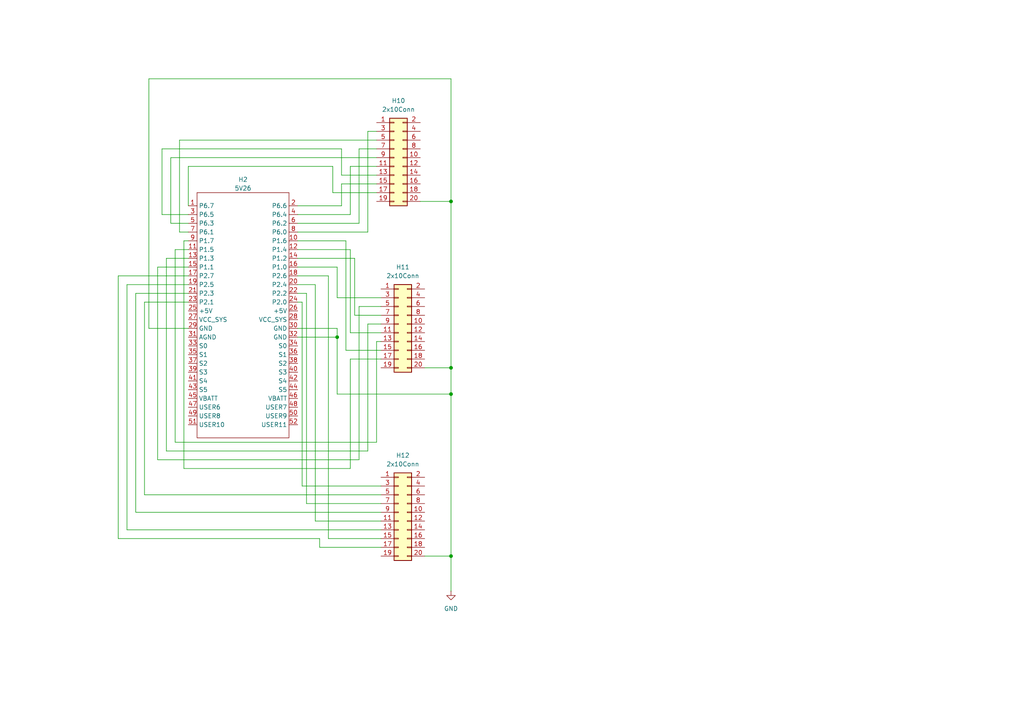
<source format=kicad_sch>
(kicad_sch
	(version 20231120)
	(generator "eeschema")
	(generator_version "8.0")
	(uuid "7ea5983f-912d-4add-aba9-667a2f36c1e5")
	(paper "A4")
	(lib_symbols
		(symbol "Connector_Generic:Conn_02x10_Odd_Even"
			(pin_names
				(offset 1.016) hide)
			(exclude_from_sim no)
			(in_bom yes)
			(on_board yes)
			(property "Reference" "J"
				(at 1.27 12.7 0)
				(effects
					(font
						(size 1.27 1.27)
					)
				)
			)
			(property "Value" "Conn_02x10_Odd_Even"
				(at 1.27 -15.24 0)
				(effects
					(font
						(size 1.27 1.27)
					)
				)
			)
			(property "Footprint" ""
				(at 0 0 0)
				(effects
					(font
						(size 1.27 1.27)
					)
					(hide yes)
				)
			)
			(property "Datasheet" "~"
				(at 0 0 0)
				(effects
					(font
						(size 1.27 1.27)
					)
					(hide yes)
				)
			)
			(property "Description" "Generic connector, double row, 02x10, odd/even pin numbering scheme (row 1 odd numbers, row 2 even numbers), script generated (kicad-library-utils/schlib/autogen/connector/)"
				(at 0 0 0)
				(effects
					(font
						(size 1.27 1.27)
					)
					(hide yes)
				)
			)
			(property "ki_keywords" "connector"
				(at 0 0 0)
				(effects
					(font
						(size 1.27 1.27)
					)
					(hide yes)
				)
			)
			(property "ki_fp_filters" "Connector*:*_2x??_*"
				(at 0 0 0)
				(effects
					(font
						(size 1.27 1.27)
					)
					(hide yes)
				)
			)
			(symbol "Conn_02x10_Odd_Even_1_1"
				(rectangle
					(start -1.27 -12.573)
					(end 0 -12.827)
					(stroke
						(width 0.1524)
						(type default)
					)
					(fill
						(type none)
					)
				)
				(rectangle
					(start -1.27 -10.033)
					(end 0 -10.287)
					(stroke
						(width 0.1524)
						(type default)
					)
					(fill
						(type none)
					)
				)
				(rectangle
					(start -1.27 -7.493)
					(end 0 -7.747)
					(stroke
						(width 0.1524)
						(type default)
					)
					(fill
						(type none)
					)
				)
				(rectangle
					(start -1.27 -4.953)
					(end 0 -5.207)
					(stroke
						(width 0.1524)
						(type default)
					)
					(fill
						(type none)
					)
				)
				(rectangle
					(start -1.27 -2.413)
					(end 0 -2.667)
					(stroke
						(width 0.1524)
						(type default)
					)
					(fill
						(type none)
					)
				)
				(rectangle
					(start -1.27 0.127)
					(end 0 -0.127)
					(stroke
						(width 0.1524)
						(type default)
					)
					(fill
						(type none)
					)
				)
				(rectangle
					(start -1.27 2.667)
					(end 0 2.413)
					(stroke
						(width 0.1524)
						(type default)
					)
					(fill
						(type none)
					)
				)
				(rectangle
					(start -1.27 5.207)
					(end 0 4.953)
					(stroke
						(width 0.1524)
						(type default)
					)
					(fill
						(type none)
					)
				)
				(rectangle
					(start -1.27 7.747)
					(end 0 7.493)
					(stroke
						(width 0.1524)
						(type default)
					)
					(fill
						(type none)
					)
				)
				(rectangle
					(start -1.27 10.287)
					(end 0 10.033)
					(stroke
						(width 0.1524)
						(type default)
					)
					(fill
						(type none)
					)
				)
				(rectangle
					(start -1.27 11.43)
					(end 3.81 -13.97)
					(stroke
						(width 0.254)
						(type default)
					)
					(fill
						(type background)
					)
				)
				(rectangle
					(start 3.81 -12.573)
					(end 2.54 -12.827)
					(stroke
						(width 0.1524)
						(type default)
					)
					(fill
						(type none)
					)
				)
				(rectangle
					(start 3.81 -10.033)
					(end 2.54 -10.287)
					(stroke
						(width 0.1524)
						(type default)
					)
					(fill
						(type none)
					)
				)
				(rectangle
					(start 3.81 -7.493)
					(end 2.54 -7.747)
					(stroke
						(width 0.1524)
						(type default)
					)
					(fill
						(type none)
					)
				)
				(rectangle
					(start 3.81 -4.953)
					(end 2.54 -5.207)
					(stroke
						(width 0.1524)
						(type default)
					)
					(fill
						(type none)
					)
				)
				(rectangle
					(start 3.81 -2.413)
					(end 2.54 -2.667)
					(stroke
						(width 0.1524)
						(type default)
					)
					(fill
						(type none)
					)
				)
				(rectangle
					(start 3.81 0.127)
					(end 2.54 -0.127)
					(stroke
						(width 0.1524)
						(type default)
					)
					(fill
						(type none)
					)
				)
				(rectangle
					(start 3.81 2.667)
					(end 2.54 2.413)
					(stroke
						(width 0.1524)
						(type default)
					)
					(fill
						(type none)
					)
				)
				(rectangle
					(start 3.81 5.207)
					(end 2.54 4.953)
					(stroke
						(width 0.1524)
						(type default)
					)
					(fill
						(type none)
					)
				)
				(rectangle
					(start 3.81 7.747)
					(end 2.54 7.493)
					(stroke
						(width 0.1524)
						(type default)
					)
					(fill
						(type none)
					)
				)
				(rectangle
					(start 3.81 10.287)
					(end 2.54 10.033)
					(stroke
						(width 0.1524)
						(type default)
					)
					(fill
						(type none)
					)
				)
				(pin passive line
					(at -5.08 10.16 0)
					(length 3.81)
					(name "Pin_1"
						(effects
							(font
								(size 1.27 1.27)
							)
						)
					)
					(number "1"
						(effects
							(font
								(size 1.27 1.27)
							)
						)
					)
				)
				(pin passive line
					(at 7.62 0 180)
					(length 3.81)
					(name "Pin_10"
						(effects
							(font
								(size 1.27 1.27)
							)
						)
					)
					(number "10"
						(effects
							(font
								(size 1.27 1.27)
							)
						)
					)
				)
				(pin passive line
					(at -5.08 -2.54 0)
					(length 3.81)
					(name "Pin_11"
						(effects
							(font
								(size 1.27 1.27)
							)
						)
					)
					(number "11"
						(effects
							(font
								(size 1.27 1.27)
							)
						)
					)
				)
				(pin passive line
					(at 7.62 -2.54 180)
					(length 3.81)
					(name "Pin_12"
						(effects
							(font
								(size 1.27 1.27)
							)
						)
					)
					(number "12"
						(effects
							(font
								(size 1.27 1.27)
							)
						)
					)
				)
				(pin passive line
					(at -5.08 -5.08 0)
					(length 3.81)
					(name "Pin_13"
						(effects
							(font
								(size 1.27 1.27)
							)
						)
					)
					(number "13"
						(effects
							(font
								(size 1.27 1.27)
							)
						)
					)
				)
				(pin passive line
					(at 7.62 -5.08 180)
					(length 3.81)
					(name "Pin_14"
						(effects
							(font
								(size 1.27 1.27)
							)
						)
					)
					(number "14"
						(effects
							(font
								(size 1.27 1.27)
							)
						)
					)
				)
				(pin passive line
					(at -5.08 -7.62 0)
					(length 3.81)
					(name "Pin_15"
						(effects
							(font
								(size 1.27 1.27)
							)
						)
					)
					(number "15"
						(effects
							(font
								(size 1.27 1.27)
							)
						)
					)
				)
				(pin passive line
					(at 7.62 -7.62 180)
					(length 3.81)
					(name "Pin_16"
						(effects
							(font
								(size 1.27 1.27)
							)
						)
					)
					(number "16"
						(effects
							(font
								(size 1.27 1.27)
							)
						)
					)
				)
				(pin passive line
					(at -5.08 -10.16 0)
					(length 3.81)
					(name "Pin_17"
						(effects
							(font
								(size 1.27 1.27)
							)
						)
					)
					(number "17"
						(effects
							(font
								(size 1.27 1.27)
							)
						)
					)
				)
				(pin passive line
					(at 7.62 -10.16 180)
					(length 3.81)
					(name "Pin_18"
						(effects
							(font
								(size 1.27 1.27)
							)
						)
					)
					(number "18"
						(effects
							(font
								(size 1.27 1.27)
							)
						)
					)
				)
				(pin passive line
					(at -5.08 -12.7 0)
					(length 3.81)
					(name "Pin_19"
						(effects
							(font
								(size 1.27 1.27)
							)
						)
					)
					(number "19"
						(effects
							(font
								(size 1.27 1.27)
							)
						)
					)
				)
				(pin passive line
					(at 7.62 10.16 180)
					(length 3.81)
					(name "Pin_2"
						(effects
							(font
								(size 1.27 1.27)
							)
						)
					)
					(number "2"
						(effects
							(font
								(size 1.27 1.27)
							)
						)
					)
				)
				(pin passive line
					(at 7.62 -12.7 180)
					(length 3.81)
					(name "Pin_20"
						(effects
							(font
								(size 1.27 1.27)
							)
						)
					)
					(number "20"
						(effects
							(font
								(size 1.27 1.27)
							)
						)
					)
				)
				(pin passive line
					(at -5.08 7.62 0)
					(length 3.81)
					(name "Pin_3"
						(effects
							(font
								(size 1.27 1.27)
							)
						)
					)
					(number "3"
						(effects
							(font
								(size 1.27 1.27)
							)
						)
					)
				)
				(pin passive line
					(at 7.62 7.62 180)
					(length 3.81)
					(name "Pin_4"
						(effects
							(font
								(size 1.27 1.27)
							)
						)
					)
					(number "4"
						(effects
							(font
								(size 1.27 1.27)
							)
						)
					)
				)
				(pin passive line
					(at -5.08 5.08 0)
					(length 3.81)
					(name "Pin_5"
						(effects
							(font
								(size 1.27 1.27)
							)
						)
					)
					(number "5"
						(effects
							(font
								(size 1.27 1.27)
							)
						)
					)
				)
				(pin passive line
					(at 7.62 5.08 180)
					(length 3.81)
					(name "Pin_6"
						(effects
							(font
								(size 1.27 1.27)
							)
						)
					)
					(number "6"
						(effects
							(font
								(size 1.27 1.27)
							)
						)
					)
				)
				(pin passive line
					(at -5.08 2.54 0)
					(length 3.81)
					(name "Pin_7"
						(effects
							(font
								(size 1.27 1.27)
							)
						)
					)
					(number "7"
						(effects
							(font
								(size 1.27 1.27)
							)
						)
					)
				)
				(pin passive line
					(at 7.62 2.54 180)
					(length 3.81)
					(name "Pin_8"
						(effects
							(font
								(size 1.27 1.27)
							)
						)
					)
					(number "8"
						(effects
							(font
								(size 1.27 1.27)
							)
						)
					)
				)
				(pin passive line
					(at -5.08 0 0)
					(length 3.81)
					(name "Pin_9"
						(effects
							(font
								(size 1.27 1.27)
							)
						)
					)
					(number "9"
						(effects
							(font
								(size 1.27 1.27)
							)
						)
					)
				)
			)
		)
		(symbol "NewSymbols:H2H-2X26-F"
			(exclude_from_sim no)
			(in_bom yes)
			(on_board yes)
			(property "Reference" "5V26"
				(at -10.16 17.018 0)
				(effects
					(font
						(size 1.27 1.27)
					)
				)
			)
			(property "Value" ""
				(at 0 0 0)
				(effects
					(font
						(size 1.27 1.27)
					)
				)
			)
			(property "Footprint" ""
				(at 0 0 0)
				(effects
					(font
						(size 1.27 1.27)
					)
					(hide yes)
				)
			)
			(property "Datasheet" ""
				(at 0 0 0)
				(effects
					(font
						(size 1.27 1.27)
					)
					(hide yes)
				)
			)
			(property "Description" ""
				(at 0 0 0)
				(effects
					(font
						(size 1.27 1.27)
					)
					(hide yes)
				)
			)
			(symbol "H2H-2X26-F_0_1"
				(polyline
					(pts
						(xy 13.97 15.24) (xy -12.7 15.24)
					)
					(stroke
						(width 0)
						(type default)
					)
					(fill
						(type none)
					)
				)
				(polyline
					(pts
						(xy -12.7 15.24) (xy -12.7 -55.88) (xy 13.97 -55.88) (xy 13.97 15.24)
					)
					(stroke
						(width 0)
						(type default)
					)
					(fill
						(type none)
					)
				)
			)
			(symbol "H2H-2X26-F_1_1"
				(pin input line
					(at -15.24 11.43 0)
					(length 2.54)
					(name "P6.7"
						(effects
							(font
								(size 1.27 1.27)
							)
						)
					)
					(number "1"
						(effects
							(font
								(size 1.27 1.27)
							)
						)
					)
				)
				(pin input line
					(at 16.51 1.27 180)
					(length 2.54)
					(name "P1.6"
						(effects
							(font
								(size 1.27 1.27)
							)
						)
					)
					(number "10"
						(effects
							(font
								(size 1.27 1.27)
							)
						)
					)
				)
				(pin input line
					(at -15.24 -1.27 0)
					(length 2.54)
					(name "P1.5"
						(effects
							(font
								(size 1.27 1.27)
							)
						)
					)
					(number "11"
						(effects
							(font
								(size 1.27 1.27)
							)
						)
					)
				)
				(pin input line
					(at 16.51 -1.27 180)
					(length 2.54)
					(name "P1.4"
						(effects
							(font
								(size 1.27 1.27)
							)
						)
					)
					(number "12"
						(effects
							(font
								(size 1.27 1.27)
							)
						)
					)
				)
				(pin input line
					(at -15.24 -3.81 0)
					(length 2.54)
					(name "P1.3"
						(effects
							(font
								(size 1.27 1.27)
							)
						)
					)
					(number "13"
						(effects
							(font
								(size 1.27 1.27)
							)
						)
					)
				)
				(pin input line
					(at 16.51 -3.81 180)
					(length 2.54)
					(name "P1.2"
						(effects
							(font
								(size 1.27 1.27)
							)
						)
					)
					(number "14"
						(effects
							(font
								(size 1.27 1.27)
							)
						)
					)
				)
				(pin input line
					(at -15.24 -6.35 0)
					(length 2.54)
					(name "P1.1"
						(effects
							(font
								(size 1.27 1.27)
							)
						)
					)
					(number "15"
						(effects
							(font
								(size 1.27 1.27)
							)
						)
					)
				)
				(pin input line
					(at 16.51 -6.35 180)
					(length 2.54)
					(name "P1.0"
						(effects
							(font
								(size 1.27 1.27)
							)
						)
					)
					(number "16"
						(effects
							(font
								(size 1.27 1.27)
							)
						)
					)
				)
				(pin input line
					(at -15.24 -8.89 0)
					(length 2.54)
					(name "P2.7"
						(effects
							(font
								(size 1.27 1.27)
							)
						)
					)
					(number "17"
						(effects
							(font
								(size 1.27 1.27)
							)
						)
					)
				)
				(pin input line
					(at 16.51 -8.89 180)
					(length 2.54)
					(name "P2.6"
						(effects
							(font
								(size 1.27 1.27)
							)
						)
					)
					(number "18"
						(effects
							(font
								(size 1.27 1.27)
							)
						)
					)
				)
				(pin input line
					(at -15.24 -11.43 0)
					(length 2.54)
					(name "P2.5"
						(effects
							(font
								(size 1.27 1.27)
							)
						)
					)
					(number "19"
						(effects
							(font
								(size 1.27 1.27)
							)
						)
					)
				)
				(pin input line
					(at 16.51 11.43 180)
					(length 2.54)
					(name "P6.6"
						(effects
							(font
								(size 1.27 1.27)
							)
						)
					)
					(number "2"
						(effects
							(font
								(size 1.27 1.27)
							)
						)
					)
				)
				(pin input line
					(at 16.51 -11.43 180)
					(length 2.54)
					(name "P2.4"
						(effects
							(font
								(size 1.27 1.27)
							)
						)
					)
					(number "20"
						(effects
							(font
								(size 1.27 1.27)
							)
						)
					)
				)
				(pin input line
					(at -15.24 -13.97 0)
					(length 2.54)
					(name "P2.3"
						(effects
							(font
								(size 1.27 1.27)
							)
						)
					)
					(number "21"
						(effects
							(font
								(size 1.27 1.27)
							)
						)
					)
				)
				(pin input line
					(at 16.51 -13.97 180)
					(length 2.54)
					(name "P2.2"
						(effects
							(font
								(size 1.27 1.27)
							)
						)
					)
					(number "22"
						(effects
							(font
								(size 1.27 1.27)
							)
						)
					)
				)
				(pin input line
					(at -15.24 -16.51 0)
					(length 2.54)
					(name "P2.1"
						(effects
							(font
								(size 1.27 1.27)
							)
						)
					)
					(number "23"
						(effects
							(font
								(size 1.27 1.27)
							)
						)
					)
				)
				(pin input line
					(at 16.51 -16.51 180)
					(length 2.54)
					(name "P2.0"
						(effects
							(font
								(size 1.27 1.27)
							)
						)
					)
					(number "24"
						(effects
							(font
								(size 1.27 1.27)
							)
						)
					)
				)
				(pin passive line
					(at -15.24 -19.05 0)
					(length 2.54)
					(name "+5V"
						(effects
							(font
								(size 1.27 1.27)
							)
						)
					)
					(number "25"
						(effects
							(font
								(size 1.27 1.27)
							)
						)
					)
				)
				(pin passive line
					(at 16.51 -19.05 180)
					(length 2.54)
					(name "+5V"
						(effects
							(font
								(size 1.27 1.27)
							)
						)
					)
					(number "26"
						(effects
							(font
								(size 1.27 1.27)
							)
						)
					)
				)
				(pin passive line
					(at -15.24 -21.59 0)
					(length 2.54)
					(name "VCC_SYS"
						(effects
							(font
								(size 1.27 1.27)
							)
						)
					)
					(number "27"
						(effects
							(font
								(size 1.27 1.27)
							)
						)
					)
				)
				(pin passive line
					(at 16.51 -21.59 180)
					(length 2.54)
					(name "VCC_SYS"
						(effects
							(font
								(size 1.27 1.27)
							)
						)
					)
					(number "28"
						(effects
							(font
								(size 1.27 1.27)
							)
						)
					)
				)
				(pin input line
					(at -15.24 -24.13 0)
					(length 2.54)
					(name "GND"
						(effects
							(font
								(size 1.27 1.27)
							)
						)
					)
					(number "29"
						(effects
							(font
								(size 1.27 1.27)
							)
						)
					)
				)
				(pin input line
					(at -15.24 8.89 0)
					(length 2.54)
					(name "P6.5"
						(effects
							(font
								(size 1.27 1.27)
							)
						)
					)
					(number "3"
						(effects
							(font
								(size 1.27 1.27)
							)
						)
					)
				)
				(pin input line
					(at 16.51 -24.13 180)
					(length 2.54)
					(name "GND"
						(effects
							(font
								(size 1.27 1.27)
							)
						)
					)
					(number "30"
						(effects
							(font
								(size 1.27 1.27)
							)
						)
					)
				)
				(pin passive line
					(at -15.24 -26.67 0)
					(length 2.54)
					(name "AGND"
						(effects
							(font
								(size 1.27 1.27)
							)
						)
					)
					(number "31"
						(effects
							(font
								(size 1.27 1.27)
							)
						)
					)
				)
				(pin input line
					(at 16.51 -26.67 180)
					(length 2.54)
					(name "GND"
						(effects
							(font
								(size 1.27 1.27)
							)
						)
					)
					(number "32"
						(effects
							(font
								(size 1.27 1.27)
							)
						)
					)
				)
				(pin passive line
					(at -15.24 -29.21 0)
					(length 2.54)
					(name "S0"
						(effects
							(font
								(size 1.27 1.27)
							)
						)
					)
					(number "33"
						(effects
							(font
								(size 1.27 1.27)
							)
						)
					)
				)
				(pin passive line
					(at 16.51 -29.21 180)
					(length 2.54)
					(name "S0"
						(effects
							(font
								(size 1.27 1.27)
							)
						)
					)
					(number "34"
						(effects
							(font
								(size 1.27 1.27)
							)
						)
					)
				)
				(pin passive line
					(at -15.24 -31.75 0)
					(length 2.54)
					(name "S1"
						(effects
							(font
								(size 1.27 1.27)
							)
						)
					)
					(number "35"
						(effects
							(font
								(size 1.27 1.27)
							)
						)
					)
				)
				(pin passive line
					(at 16.51 -31.75 180)
					(length 2.54)
					(name "S1"
						(effects
							(font
								(size 1.27 1.27)
							)
						)
					)
					(number "36"
						(effects
							(font
								(size 1.27 1.27)
							)
						)
					)
				)
				(pin passive line
					(at -15.24 -34.29 0)
					(length 2.54)
					(name "S2"
						(effects
							(font
								(size 1.27 1.27)
							)
						)
					)
					(number "37"
						(effects
							(font
								(size 1.27 1.27)
							)
						)
					)
				)
				(pin passive line
					(at 16.51 -34.29 180)
					(length 2.54)
					(name "S2"
						(effects
							(font
								(size 1.27 1.27)
							)
						)
					)
					(number "38"
						(effects
							(font
								(size 1.27 1.27)
							)
						)
					)
				)
				(pin passive line
					(at -15.24 -36.83 0)
					(length 2.54)
					(name "S3"
						(effects
							(font
								(size 1.27 1.27)
							)
						)
					)
					(number "39"
						(effects
							(font
								(size 1.27 1.27)
							)
						)
					)
				)
				(pin input line
					(at 16.51 8.89 180)
					(length 2.54)
					(name "P6.4"
						(effects
							(font
								(size 1.27 1.27)
							)
						)
					)
					(number "4"
						(effects
							(font
								(size 1.27 1.27)
							)
						)
					)
				)
				(pin passive line
					(at 16.51 -36.83 180)
					(length 2.54)
					(name "S3"
						(effects
							(font
								(size 1.27 1.27)
							)
						)
					)
					(number "40"
						(effects
							(font
								(size 1.27 1.27)
							)
						)
					)
				)
				(pin passive line
					(at -15.24 -39.37 0)
					(length 2.54)
					(name "S4"
						(effects
							(font
								(size 1.27 1.27)
							)
						)
					)
					(number "41"
						(effects
							(font
								(size 1.27 1.27)
							)
						)
					)
				)
				(pin passive line
					(at 16.51 -39.37 180)
					(length 2.54)
					(name "S4"
						(effects
							(font
								(size 1.27 1.27)
							)
						)
					)
					(number "42"
						(effects
							(font
								(size 1.27 1.27)
							)
						)
					)
				)
				(pin passive line
					(at -15.24 -41.91 0)
					(length 2.54)
					(name "S5"
						(effects
							(font
								(size 1.27 1.27)
							)
						)
					)
					(number "43"
						(effects
							(font
								(size 1.27 1.27)
							)
						)
					)
				)
				(pin passive line
					(at 16.51 -41.91 180)
					(length 2.54)
					(name "S5"
						(effects
							(font
								(size 1.27 1.27)
							)
						)
					)
					(number "44"
						(effects
							(font
								(size 1.27 1.27)
							)
						)
					)
				)
				(pin passive line
					(at -15.24 -44.45 0)
					(length 2.54)
					(name "VBATT"
						(effects
							(font
								(size 1.27 1.27)
							)
						)
					)
					(number "45"
						(effects
							(font
								(size 1.27 1.27)
							)
						)
					)
				)
				(pin passive line
					(at 16.51 -44.45 180)
					(length 2.54)
					(name "VBATT"
						(effects
							(font
								(size 1.27 1.27)
							)
						)
					)
					(number "46"
						(effects
							(font
								(size 1.27 1.27)
							)
						)
					)
				)
				(pin input line
					(at -15.24 -46.99 0)
					(length 2.54)
					(name "USER6"
						(effects
							(font
								(size 1.27 1.27)
							)
						)
					)
					(number "47"
						(effects
							(font
								(size 1.27 1.27)
							)
						)
					)
				)
				(pin input line
					(at 16.51 -46.99 180)
					(length 2.54)
					(name "USER7"
						(effects
							(font
								(size 1.27 1.27)
							)
						)
					)
					(number "48"
						(effects
							(font
								(size 1.27 1.27)
							)
						)
					)
				)
				(pin input line
					(at -15.24 -49.53 0)
					(length 2.54)
					(name "USER8"
						(effects
							(font
								(size 1.27 1.27)
							)
						)
					)
					(number "49"
						(effects
							(font
								(size 1.27 1.27)
							)
						)
					)
				)
				(pin input line
					(at -15.24 6.35 0)
					(length 2.54)
					(name "P6.3"
						(effects
							(font
								(size 1.27 1.27)
							)
						)
					)
					(number "5"
						(effects
							(font
								(size 1.27 1.27)
							)
						)
					)
				)
				(pin input line
					(at 16.51 -49.53 180)
					(length 2.54)
					(name "USER9"
						(effects
							(font
								(size 1.27 1.27)
							)
						)
					)
					(number "50"
						(effects
							(font
								(size 1.27 1.27)
							)
						)
					)
				)
				(pin input line
					(at -15.24 -52.07 0)
					(length 2.54)
					(name "USER10"
						(effects
							(font
								(size 1.27 1.27)
							)
						)
					)
					(number "51"
						(effects
							(font
								(size 1.27 1.27)
							)
						)
					)
				)
				(pin input line
					(at 16.51 -52.07 180)
					(length 2.54)
					(name "USER11"
						(effects
							(font
								(size 1.27 1.27)
							)
						)
					)
					(number "52"
						(effects
							(font
								(size 1.27 1.27)
							)
						)
					)
				)
				(pin input line
					(at 16.51 6.35 180)
					(length 2.54)
					(name "P6.2"
						(effects
							(font
								(size 1.27 1.27)
							)
						)
					)
					(number "6"
						(effects
							(font
								(size 1.27 1.27)
							)
						)
					)
				)
				(pin input line
					(at -15.24 3.81 0)
					(length 2.54)
					(name "P6.1"
						(effects
							(font
								(size 1.27 1.27)
							)
						)
					)
					(number "7"
						(effects
							(font
								(size 1.27 1.27)
							)
						)
					)
				)
				(pin input line
					(at 16.51 3.81 180)
					(length 2.54)
					(name "P6.0"
						(effects
							(font
								(size 1.27 1.27)
							)
						)
					)
					(number "8"
						(effects
							(font
								(size 1.27 1.27)
							)
						)
					)
				)
				(pin input line
					(at -15.24 1.27 0)
					(length 2.54)
					(name "P1.7"
						(effects
							(font
								(size 1.27 1.27)
							)
						)
					)
					(number "9"
						(effects
							(font
								(size 1.27 1.27)
							)
						)
					)
				)
			)
		)
		(symbol "power:GND"
			(power)
			(pin_numbers hide)
			(pin_names
				(offset 0) hide)
			(exclude_from_sim no)
			(in_bom yes)
			(on_board yes)
			(property "Reference" "#PWR"
				(at 0 -6.35 0)
				(effects
					(font
						(size 1.27 1.27)
					)
					(hide yes)
				)
			)
			(property "Value" "GND"
				(at 0 -3.81 0)
				(effects
					(font
						(size 1.27 1.27)
					)
				)
			)
			(property "Footprint" ""
				(at 0 0 0)
				(effects
					(font
						(size 1.27 1.27)
					)
					(hide yes)
				)
			)
			(property "Datasheet" ""
				(at 0 0 0)
				(effects
					(font
						(size 1.27 1.27)
					)
					(hide yes)
				)
			)
			(property "Description" "Power symbol creates a global label with name \"GND\" , ground"
				(at 0 0 0)
				(effects
					(font
						(size 1.27 1.27)
					)
					(hide yes)
				)
			)
			(property "ki_keywords" "global power"
				(at 0 0 0)
				(effects
					(font
						(size 1.27 1.27)
					)
					(hide yes)
				)
			)
			(symbol "GND_0_1"
				(polyline
					(pts
						(xy 0 0) (xy 0 -1.27) (xy 1.27 -1.27) (xy 0 -2.54) (xy -1.27 -1.27) (xy 0 -1.27)
					)
					(stroke
						(width 0)
						(type default)
					)
					(fill
						(type none)
					)
				)
			)
			(symbol "GND_1_1"
				(pin power_in line
					(at 0 0 270)
					(length 0)
					(name "~"
						(effects
							(font
								(size 1.27 1.27)
							)
						)
					)
					(number "1"
						(effects
							(font
								(size 1.27 1.27)
							)
						)
					)
				)
			)
		)
	)
	(junction
		(at 130.81 106.68)
		(diameter 0)
		(color 0 0 0 0)
		(uuid "3f8c8eda-2836-4398-b7f6-bddfcb8646af")
	)
	(junction
		(at 130.81 161.29)
		(diameter 0)
		(color 0 0 0 0)
		(uuid "9b31508d-97ca-4f2b-ac12-8feb161b55bc")
	)
	(junction
		(at 130.81 114.3)
		(diameter 0)
		(color 0 0 0 0)
		(uuid "9e9c1e61-e323-48fc-9b08-c818615e3e3b")
	)
	(junction
		(at 97.79 97.79)
		(diameter 0)
		(color 0 0 0 0)
		(uuid "a146f043-f280-47db-88eb-313d790d56be")
	)
	(junction
		(at 130.81 58.42)
		(diameter 0)
		(color 0 0 0 0)
		(uuid "d3ef0304-5f05-4000-b13a-48e1cd2d0f5c")
	)
	(wire
		(pts
			(xy 41.91 87.63) (xy 41.91 143.51)
		)
		(stroke
			(width 0)
			(type default)
		)
		(uuid "0089f855-7d3e-4135-89ef-b2818a543c77")
	)
	(wire
		(pts
			(xy 53.34 69.85) (xy 53.34 135.89)
		)
		(stroke
			(width 0)
			(type default)
		)
		(uuid "0333175f-3153-4b44-8129-a5b5a748fc3f")
	)
	(wire
		(pts
			(xy 50.8 72.39) (xy 50.8 128.27)
		)
		(stroke
			(width 0)
			(type default)
		)
		(uuid "0477e3f8-cecd-4a20-841b-e18ba7f7389a")
	)
	(wire
		(pts
			(xy 110.49 140.97) (xy 87.63 140.97)
		)
		(stroke
			(width 0)
			(type default)
		)
		(uuid "05eca25c-dcd6-405f-8ecd-cc91751e9b67")
	)
	(wire
		(pts
			(xy 48.26 74.93) (xy 48.26 130.81)
		)
		(stroke
			(width 0)
			(type default)
		)
		(uuid "10e3b024-16c4-4e86-bb9b-55052fabe3b4")
	)
	(wire
		(pts
			(xy 96.52 48.26) (xy 96.52 55.88)
		)
		(stroke
			(width 0)
			(type default)
		)
		(uuid "14de1ffe-80d4-4658-b4f3-29a491ddc5d1")
	)
	(wire
		(pts
			(xy 86.36 95.25) (xy 97.79 95.25)
		)
		(stroke
			(width 0)
			(type default)
		)
		(uuid "15b58ee3-27b1-4bfb-b856-cd30f460ffa2")
	)
	(wire
		(pts
			(xy 54.61 80.01) (xy 34.29 80.01)
		)
		(stroke
			(width 0)
			(type default)
		)
		(uuid "16dc2d99-ce1f-4b83-8dae-511894df426f")
	)
	(wire
		(pts
			(xy 86.36 69.85) (xy 100.33 69.85)
		)
		(stroke
			(width 0)
			(type default)
		)
		(uuid "183503b3-5262-4eaf-aa82-b77f6a6a4a43")
	)
	(wire
		(pts
			(xy 100.33 69.85) (xy 100.33 101.6)
		)
		(stroke
			(width 0)
			(type default)
		)
		(uuid "1c05974a-c57f-46fa-a948-b52aaa35b816")
	)
	(wire
		(pts
			(xy 36.83 82.55) (xy 36.83 153.67)
		)
		(stroke
			(width 0)
			(type default)
		)
		(uuid "1c6a7a7f-e267-4865-9d53-1795843e9e7b")
	)
	(wire
		(pts
			(xy 109.22 128.27) (xy 109.22 99.06)
		)
		(stroke
			(width 0)
			(type default)
		)
		(uuid "1d845d91-d209-4e73-8a60-1b75302e62fd")
	)
	(wire
		(pts
			(xy 97.79 86.36) (xy 110.49 86.36)
		)
		(stroke
			(width 0)
			(type default)
		)
		(uuid "1da89bf2-61af-44cd-9907-b8d490f6c83c")
	)
	(wire
		(pts
			(xy 88.9 85.09) (xy 88.9 146.05)
		)
		(stroke
			(width 0)
			(type default)
		)
		(uuid "1e3b01ef-c70b-4db9-acd8-ca83d52c7737")
	)
	(wire
		(pts
			(xy 86.36 62.23) (xy 101.6 62.23)
		)
		(stroke
			(width 0)
			(type default)
		)
		(uuid "22299e5c-a7e3-44c9-b3e3-293ebe0fc6a9")
	)
	(wire
		(pts
			(xy 34.29 156.21) (xy 92.71 156.21)
		)
		(stroke
			(width 0)
			(type default)
		)
		(uuid "23accfa7-97e9-4679-9a78-53449c931bdc")
	)
	(wire
		(pts
			(xy 123.19 106.68) (xy 130.81 106.68)
		)
		(stroke
			(width 0)
			(type default)
		)
		(uuid "258e6167-59fe-4ad3-be0c-b732ef99d164")
	)
	(wire
		(pts
			(xy 54.61 67.31) (xy 52.07 67.31)
		)
		(stroke
			(width 0)
			(type default)
		)
		(uuid "27c4778e-d915-4189-ac5b-4f6ef943e122")
	)
	(wire
		(pts
			(xy 86.36 59.69) (xy 99.06 59.69)
		)
		(stroke
			(width 0)
			(type default)
		)
		(uuid "29a0fe19-d23f-48f7-9a4e-1cef0d0acc19")
	)
	(wire
		(pts
			(xy 97.79 114.3) (xy 130.81 114.3)
		)
		(stroke
			(width 0)
			(type default)
		)
		(uuid "2fe06ebf-7082-4b92-9115-b147513e58c3")
	)
	(wire
		(pts
			(xy 34.29 80.01) (xy 34.29 156.21)
		)
		(stroke
			(width 0)
			(type default)
		)
		(uuid "30abf618-8d6c-4025-9ed5-a78981d7f24e")
	)
	(wire
		(pts
			(xy 49.53 64.77) (xy 49.53 45.72)
		)
		(stroke
			(width 0)
			(type default)
		)
		(uuid "32966e04-8875-4fe7-8aed-76c9719cc9e0")
	)
	(wire
		(pts
			(xy 46.99 62.23) (xy 46.99 43.18)
		)
		(stroke
			(width 0)
			(type default)
		)
		(uuid "3ca0de42-7fc8-424f-ba0c-bbbff3bdceb5")
	)
	(wire
		(pts
			(xy 121.92 58.42) (xy 130.81 58.42)
		)
		(stroke
			(width 0)
			(type default)
		)
		(uuid "3d16c3fa-d1db-4bae-8634-3ed7524e6f68")
	)
	(wire
		(pts
			(xy 54.61 48.26) (xy 96.52 48.26)
		)
		(stroke
			(width 0)
			(type default)
		)
		(uuid "408b4625-aeda-4c24-bca3-344cc203320e")
	)
	(wire
		(pts
			(xy 130.81 161.29) (xy 130.81 171.45)
		)
		(stroke
			(width 0)
			(type default)
		)
		(uuid "41f7f9ae-6807-4fba-b8d6-591936066795")
	)
	(wire
		(pts
			(xy 130.81 114.3) (xy 130.81 161.29)
		)
		(stroke
			(width 0)
			(type default)
		)
		(uuid "477b0f1c-8864-498a-a345-ba4d934921e6")
	)
	(wire
		(pts
			(xy 86.36 67.31) (xy 106.68 67.31)
		)
		(stroke
			(width 0)
			(type default)
		)
		(uuid "4aae9468-458c-4d7f-bc7d-c086809eb565")
	)
	(wire
		(pts
			(xy 54.61 62.23) (xy 46.99 62.23)
		)
		(stroke
			(width 0)
			(type default)
		)
		(uuid "4ad2c666-01f0-4b1a-8d14-a82e5718ecce")
	)
	(wire
		(pts
			(xy 102.87 74.93) (xy 102.87 91.44)
		)
		(stroke
			(width 0)
			(type default)
		)
		(uuid "5104941f-142b-4366-8961-9427d8fb861d")
	)
	(wire
		(pts
			(xy 86.36 97.79) (xy 97.79 97.79)
		)
		(stroke
			(width 0)
			(type default)
		)
		(uuid "53a24915-5f23-4bfa-9eda-331545f1beff")
	)
	(wire
		(pts
			(xy 88.9 146.05) (xy 110.49 146.05)
		)
		(stroke
			(width 0)
			(type default)
		)
		(uuid "54930757-df4a-401b-85ea-6f5f99bf8c7d")
	)
	(wire
		(pts
			(xy 123.19 161.29) (xy 130.81 161.29)
		)
		(stroke
			(width 0)
			(type default)
		)
		(uuid "5a796730-1222-4690-87c9-d95d73ae051b")
	)
	(wire
		(pts
			(xy 106.68 67.31) (xy 106.68 38.1)
		)
		(stroke
			(width 0)
			(type default)
		)
		(uuid "5e7728f6-623b-4e3a-82e6-0ea3e05d408a")
	)
	(wire
		(pts
			(xy 86.36 72.39) (xy 101.6 72.39)
		)
		(stroke
			(width 0)
			(type default)
		)
		(uuid "5fd73ce6-f223-4e1b-9909-d0ab3eb53d4e")
	)
	(wire
		(pts
			(xy 96.52 55.88) (xy 109.22 55.88)
		)
		(stroke
			(width 0)
			(type default)
		)
		(uuid "62650f05-ef0a-404f-9b6e-2fd43ba25fce")
	)
	(wire
		(pts
			(xy 92.71 158.75) (xy 110.49 158.75)
		)
		(stroke
			(width 0)
			(type default)
		)
		(uuid "6969ae2e-b022-4bd8-81ac-751328a019ba")
	)
	(wire
		(pts
			(xy 87.63 87.63) (xy 87.63 140.97)
		)
		(stroke
			(width 0)
			(type default)
		)
		(uuid "69ef5be6-91f6-4c7b-afee-974f8b6b07a8")
	)
	(wire
		(pts
			(xy 54.61 82.55) (xy 36.83 82.55)
		)
		(stroke
			(width 0)
			(type default)
		)
		(uuid "6c0464fd-b118-420d-b542-68681ea9d20f")
	)
	(wire
		(pts
			(xy 45.72 77.47) (xy 45.72 133.35)
		)
		(stroke
			(width 0)
			(type default)
		)
		(uuid "6d61dc77-34e2-4145-9ca4-ba63aecd1294")
	)
	(wire
		(pts
			(xy 54.61 69.85) (xy 53.34 69.85)
		)
		(stroke
			(width 0)
			(type default)
		)
		(uuid "74ae7104-e465-4f7a-a87a-dbc0700783b4")
	)
	(wire
		(pts
			(xy 106.68 130.81) (xy 106.68 93.98)
		)
		(stroke
			(width 0)
			(type default)
		)
		(uuid "74fc7b56-f685-42a7-94c4-aa033c7a1b0f")
	)
	(wire
		(pts
			(xy 101.6 96.52) (xy 110.49 96.52)
		)
		(stroke
			(width 0)
			(type default)
		)
		(uuid "76b82ebc-70ea-4330-81ec-19063c6b0fa9")
	)
	(wire
		(pts
			(xy 54.61 59.69) (xy 54.61 48.26)
		)
		(stroke
			(width 0)
			(type default)
		)
		(uuid "7913cb5c-d4b2-4558-abec-de2765742c2a")
	)
	(wire
		(pts
			(xy 97.79 77.47) (xy 97.79 86.36)
		)
		(stroke
			(width 0)
			(type default)
		)
		(uuid "7d2ed567-b01e-4d64-84de-a11096445749")
	)
	(wire
		(pts
			(xy 101.6 72.39) (xy 101.6 96.52)
		)
		(stroke
			(width 0)
			(type default)
		)
		(uuid "7eb1e849-cebd-40d8-a48f-95f1c064d5d6")
	)
	(wire
		(pts
			(xy 45.72 133.35) (xy 104.14 133.35)
		)
		(stroke
			(width 0)
			(type default)
		)
		(uuid "7f5d7247-e57b-4142-b601-79215347f1f0")
	)
	(wire
		(pts
			(xy 54.61 74.93) (xy 48.26 74.93)
		)
		(stroke
			(width 0)
			(type default)
		)
		(uuid "831dc142-a0f7-4627-a6da-cf1d5ed8f0ba")
	)
	(wire
		(pts
			(xy 109.22 99.06) (xy 110.49 99.06)
		)
		(stroke
			(width 0)
			(type default)
		)
		(uuid "833e185f-e0a0-43c3-a86a-d4ab98d874ab")
	)
	(wire
		(pts
			(xy 99.06 50.8) (xy 109.22 50.8)
		)
		(stroke
			(width 0)
			(type default)
		)
		(uuid "84b7a8bc-ed59-4cd6-a5d1-7a0809050a31")
	)
	(wire
		(pts
			(xy 91.44 82.55) (xy 91.44 151.13)
		)
		(stroke
			(width 0)
			(type default)
		)
		(uuid "84e3a5c0-cb3b-4bc5-9efc-b9b02a6487d8")
	)
	(wire
		(pts
			(xy 41.91 143.51) (xy 110.49 143.51)
		)
		(stroke
			(width 0)
			(type default)
		)
		(uuid "84efcaec-4e19-4e00-803f-4d3301efb8c0")
	)
	(wire
		(pts
			(xy 86.36 64.77) (xy 104.14 64.77)
		)
		(stroke
			(width 0)
			(type default)
		)
		(uuid "86c9d6e9-1951-4fb2-a943-408ab8d8b702")
	)
	(wire
		(pts
			(xy 86.36 74.93) (xy 102.87 74.93)
		)
		(stroke
			(width 0)
			(type default)
		)
		(uuid "87558e4c-801d-4212-899d-fff423deb391")
	)
	(wire
		(pts
			(xy 54.61 95.25) (xy 43.18 95.25)
		)
		(stroke
			(width 0)
			(type default)
		)
		(uuid "8aad4650-35e0-4129-89ad-eb87b2cc7a94")
	)
	(wire
		(pts
			(xy 36.83 153.67) (xy 110.49 153.67)
		)
		(stroke
			(width 0)
			(type default)
		)
		(uuid "8af35716-8153-48ea-b41f-bb7cb89d043b")
	)
	(wire
		(pts
			(xy 101.6 48.26) (xy 109.22 48.26)
		)
		(stroke
			(width 0)
			(type default)
		)
		(uuid "8c1c391c-7eeb-4357-a803-14cb5e9fbcb9")
	)
	(wire
		(pts
			(xy 101.6 62.23) (xy 101.6 48.26)
		)
		(stroke
			(width 0)
			(type default)
		)
		(uuid "8db7fa88-aa6c-42f8-ad36-ac76c0336802")
	)
	(wire
		(pts
			(xy 43.18 22.86) (xy 130.81 22.86)
		)
		(stroke
			(width 0)
			(type default)
		)
		(uuid "8fc8d31c-bf63-41e5-bfb3-6d7442e22830")
	)
	(wire
		(pts
			(xy 54.61 72.39) (xy 50.8 72.39)
		)
		(stroke
			(width 0)
			(type default)
		)
		(uuid "90e44b49-862e-4e59-a743-44c1eb5f91fb")
	)
	(wire
		(pts
			(xy 106.68 38.1) (xy 109.22 38.1)
		)
		(stroke
			(width 0)
			(type default)
		)
		(uuid "937f4403-575d-432b-9bad-ef5537c3be5b")
	)
	(wire
		(pts
			(xy 100.33 101.6) (xy 110.49 101.6)
		)
		(stroke
			(width 0)
			(type default)
		)
		(uuid "9b09d06c-15f1-4178-8771-37f674439e1d")
	)
	(wire
		(pts
			(xy 91.44 151.13) (xy 110.49 151.13)
		)
		(stroke
			(width 0)
			(type default)
		)
		(uuid "9b88d6ee-d0da-4d4b-9181-25ea2e7c7b24")
	)
	(wire
		(pts
			(xy 54.61 85.09) (xy 39.37 85.09)
		)
		(stroke
			(width 0)
			(type default)
		)
		(uuid "9ce043b9-9d07-42cb-be58-2e3b290975e5")
	)
	(wire
		(pts
			(xy 53.34 135.89) (xy 101.6 135.89)
		)
		(stroke
			(width 0)
			(type default)
		)
		(uuid "a270d272-62cb-4ffe-ada6-2b58582907a7")
	)
	(wire
		(pts
			(xy 104.14 64.77) (xy 104.14 43.18)
		)
		(stroke
			(width 0)
			(type default)
		)
		(uuid "a422d673-3477-4fdb-ac2f-1348706d3e6b")
	)
	(wire
		(pts
			(xy 54.61 87.63) (xy 41.91 87.63)
		)
		(stroke
			(width 0)
			(type default)
		)
		(uuid "a7899410-e6ae-4a00-9aff-d9be16d40243")
	)
	(wire
		(pts
			(xy 54.61 77.47) (xy 45.72 77.47)
		)
		(stroke
			(width 0)
			(type default)
		)
		(uuid "a9c86b5e-822c-4db2-960a-aec925117fbe")
	)
	(wire
		(pts
			(xy 97.79 95.25) (xy 97.79 97.79)
		)
		(stroke
			(width 0)
			(type default)
		)
		(uuid "b15f33b5-9be8-40f2-aa33-0dc21829cefa")
	)
	(wire
		(pts
			(xy 52.07 40.64) (xy 109.22 40.64)
		)
		(stroke
			(width 0)
			(type default)
		)
		(uuid "b2c9bb7b-1968-4948-8d79-57df7d13d350")
	)
	(wire
		(pts
			(xy 86.36 77.47) (xy 97.79 77.47)
		)
		(stroke
			(width 0)
			(type default)
		)
		(uuid "b3db7ee1-5c0e-41ee-8066-6e5868e2e0cf")
	)
	(wire
		(pts
			(xy 95.25 80.01) (xy 95.25 156.21)
		)
		(stroke
			(width 0)
			(type default)
		)
		(uuid "b627f6b4-7d7c-4211-9b73-e73340ed7d27")
	)
	(wire
		(pts
			(xy 43.18 95.25) (xy 43.18 22.86)
		)
		(stroke
			(width 0)
			(type default)
		)
		(uuid "bdc094b1-4696-4f14-8c45-a01e74efe61a")
	)
	(wire
		(pts
			(xy 101.6 104.14) (xy 110.49 104.14)
		)
		(stroke
			(width 0)
			(type default)
		)
		(uuid "bdc8fe98-e8b5-4894-b6ed-1218396fb3b2")
	)
	(wire
		(pts
			(xy 87.63 87.63) (xy 86.36 87.63)
		)
		(stroke
			(width 0)
			(type default)
		)
		(uuid "c0b8ae3a-a41d-419b-8229-2d55e1e85b18")
	)
	(wire
		(pts
			(xy 86.36 82.55) (xy 91.44 82.55)
		)
		(stroke
			(width 0)
			(type default)
		)
		(uuid "c62ef261-55ec-4df9-b1fb-56404ee87ff7")
	)
	(wire
		(pts
			(xy 39.37 85.09) (xy 39.37 148.59)
		)
		(stroke
			(width 0)
			(type default)
		)
		(uuid "c6f01878-f0e8-4426-a094-29f2147652f0")
	)
	(wire
		(pts
			(xy 130.81 22.86) (xy 130.81 58.42)
		)
		(stroke
			(width 0)
			(type default)
		)
		(uuid "caf3242a-36fe-4b70-b584-5e6f24693a6c")
	)
	(wire
		(pts
			(xy 86.36 80.01) (xy 95.25 80.01)
		)
		(stroke
			(width 0)
			(type default)
		)
		(uuid "cc3f84fe-f356-4933-9d1c-9f8bb71d50e1")
	)
	(wire
		(pts
			(xy 92.71 156.21) (xy 92.71 158.75)
		)
		(stroke
			(width 0)
			(type default)
		)
		(uuid "cda9a7c8-e1ed-45d5-95c5-03ad9fc5532b")
	)
	(wire
		(pts
			(xy 101.6 135.89) (xy 101.6 104.14)
		)
		(stroke
			(width 0)
			(type default)
		)
		(uuid "d169669a-cc1a-4c63-8cf7-48f53b507b77")
	)
	(wire
		(pts
			(xy 54.61 64.77) (xy 49.53 64.77)
		)
		(stroke
			(width 0)
			(type default)
		)
		(uuid "d8054a3a-7fcc-4219-a33c-c51985f76843")
	)
	(wire
		(pts
			(xy 102.87 91.44) (xy 110.49 91.44)
		)
		(stroke
			(width 0)
			(type default)
		)
		(uuid "ded5b856-5395-43d3-92f5-7b93a4f36ad9")
	)
	(wire
		(pts
			(xy 130.81 58.42) (xy 130.81 106.68)
		)
		(stroke
			(width 0)
			(type default)
		)
		(uuid "e398beba-fbe8-485a-b868-afc2a1b0de01")
	)
	(wire
		(pts
			(xy 99.06 43.18) (xy 99.06 50.8)
		)
		(stroke
			(width 0)
			(type default)
		)
		(uuid "e80d3e25-f81a-4446-b34e-81787a3d81c0")
	)
	(wire
		(pts
			(xy 50.8 128.27) (xy 109.22 128.27)
		)
		(stroke
			(width 0)
			(type default)
		)
		(uuid "e8b1d970-7004-4407-b21f-4c69143636dc")
	)
	(wire
		(pts
			(xy 106.68 93.98) (xy 110.49 93.98)
		)
		(stroke
			(width 0)
			(type default)
		)
		(uuid "e8fe4eb5-4a62-4c4a-ae39-f7efa78be976")
	)
	(wire
		(pts
			(xy 99.06 59.69) (xy 99.06 53.34)
		)
		(stroke
			(width 0)
			(type default)
		)
		(uuid "ea639f26-19f5-48da-ab30-1569d4275b24")
	)
	(wire
		(pts
			(xy 104.14 133.35) (xy 104.14 88.9)
		)
		(stroke
			(width 0)
			(type default)
		)
		(uuid "eb0b9321-073c-4d7c-8c18-3931b176b7c5")
	)
	(wire
		(pts
			(xy 104.14 43.18) (xy 109.22 43.18)
		)
		(stroke
			(width 0)
			(type default)
		)
		(uuid "ec4c8586-19e5-453c-a857-3450831332cc")
	)
	(wire
		(pts
			(xy 95.25 156.21) (xy 110.49 156.21)
		)
		(stroke
			(width 0)
			(type default)
		)
		(uuid "ecfbfd6d-0f9b-4089-87ca-41669fb79ab7")
	)
	(wire
		(pts
			(xy 97.79 97.79) (xy 97.79 114.3)
		)
		(stroke
			(width 0)
			(type default)
		)
		(uuid "ef6eb25b-16e2-4fc9-a3d7-91316d2e3acd")
	)
	(wire
		(pts
			(xy 46.99 43.18) (xy 99.06 43.18)
		)
		(stroke
			(width 0)
			(type default)
		)
		(uuid "ef73ac97-5975-4199-be17-6c571145bcd7")
	)
	(wire
		(pts
			(xy 104.14 88.9) (xy 110.49 88.9)
		)
		(stroke
			(width 0)
			(type default)
		)
		(uuid "f35ecb4c-a19e-4905-a17c-28e6f49dc77d")
	)
	(wire
		(pts
			(xy 49.53 45.72) (xy 109.22 45.72)
		)
		(stroke
			(width 0)
			(type default)
		)
		(uuid "f38ea8da-1baa-40ec-b238-316963ce9082")
	)
	(wire
		(pts
			(xy 39.37 148.59) (xy 110.49 148.59)
		)
		(stroke
			(width 0)
			(type default)
		)
		(uuid "f4daf5d5-29a3-4005-b85e-55c03c00f361")
	)
	(wire
		(pts
			(xy 99.06 53.34) (xy 109.22 53.34)
		)
		(stroke
			(width 0)
			(type default)
		)
		(uuid "f52fcd3b-f11c-4494-8aa2-f60ff17321a0")
	)
	(wire
		(pts
			(xy 52.07 67.31) (xy 52.07 40.64)
		)
		(stroke
			(width 0)
			(type default)
		)
		(uuid "f781ed80-8539-4e1c-898e-80c8cab64f55")
	)
	(wire
		(pts
			(xy 130.81 106.68) (xy 130.81 114.3)
		)
		(stroke
			(width 0)
			(type default)
		)
		(uuid "f7d5c162-eefe-489a-8744-3c383af3f59d")
	)
	(wire
		(pts
			(xy 48.26 130.81) (xy 106.68 130.81)
		)
		(stroke
			(width 0)
			(type default)
		)
		(uuid "f99ab431-46c6-4f41-bd75-3819e06c0f5c")
	)
	(wire
		(pts
			(xy 88.9 85.09) (xy 86.36 85.09)
		)
		(stroke
			(width 0)
			(type default)
		)
		(uuid "feec0e2a-06dd-45ee-ae88-afe37839332d")
	)
	(symbol
		(lib_id "power:GND")
		(at 130.81 171.45 0)
		(unit 1)
		(exclude_from_sim no)
		(in_bom yes)
		(on_board yes)
		(dnp no)
		(fields_autoplaced yes)
		(uuid "64bc25b6-af94-471e-a2d7-2e848a6b24bc")
		(property "Reference" "#PWR02"
			(at 130.81 177.8 0)
			(effects
				(font
					(size 1.27 1.27)
				)
				(hide yes)
			)
		)
		(property "Value" "GND"
			(at 130.81 176.53 0)
			(effects
				(font
					(size 1.27 1.27)
				)
			)
		)
		(property "Footprint" ""
			(at 130.81 171.45 0)
			(effects
				(font
					(size 1.27 1.27)
				)
				(hide yes)
			)
		)
		(property "Datasheet" ""
			(at 130.81 171.45 0)
			(effects
				(font
					(size 1.27 1.27)
				)
				(hide yes)
			)
		)
		(property "Description" "Power symbol creates a global label with name \"GND\" , ground"
			(at 130.81 171.45 0)
			(effects
				(font
					(size 1.27 1.27)
				)
				(hide yes)
			)
		)
		(pin "1"
			(uuid "66518a02-8b46-4186-abee-855be3393024")
		)
		(instances
			(project ""
				(path "/4940c63c-65b5-4f17-bae9-f8f159cf243f/c3a209f1-4fb0-4513-99f1-d3bb0f427cd9"
					(reference "#PWR02")
					(unit 1)
				)
			)
		)
	)
	(symbol
		(lib_id "Connector_Generic:Conn_02x10_Odd_Even")
		(at 115.57 148.59 0)
		(unit 1)
		(exclude_from_sim no)
		(in_bom yes)
		(on_board yes)
		(dnp no)
		(fields_autoplaced yes)
		(uuid "a0a7f441-e914-46d5-ae7b-ee4576adf0b3")
		(property "Reference" "H12"
			(at 116.84 132.08 0)
			(effects
				(font
					(size 1.27 1.27)
				)
			)
		)
		(property "Value" "2x10Conn"
			(at 116.84 134.62 0)
			(effects
				(font
					(size 1.27 1.27)
				)
			)
		)
		(property "Footprint" ""
			(at 115.57 148.59 0)
			(effects
				(font
					(size 1.27 1.27)
				)
				(hide yes)
			)
		)
		(property "Datasheet" "~"
			(at 115.57 148.59 0)
			(effects
				(font
					(size 1.27 1.27)
				)
				(hide yes)
			)
		)
		(property "Description" "Generic connector, double row, 02x10, odd/even pin numbering scheme (row 1 odd numbers, row 2 even numbers), script generated (kicad-library-utils/schlib/autogen/connector/)"
			(at 115.57 148.59 0)
			(effects
				(font
					(size 1.27 1.27)
				)
				(hide yes)
			)
		)
		(pin "4"
			(uuid "e07f7df0-7098-4864-9325-67ea512cd4dd")
		)
		(pin "16"
			(uuid "4db0d5be-4cd1-4f1b-8fe6-7e409462d28c")
		)
		(pin "12"
			(uuid "ee6982b8-8f4c-4d0a-ad8c-61aa40b34af8")
		)
		(pin "10"
			(uuid "cbe2d1e9-3e69-4260-a26c-8352bffe24b3")
		)
		(pin "18"
			(uuid "79ed78c4-9a51-44ec-a5eb-0c00d00f6d8c")
		)
		(pin "9"
			(uuid "a0860afc-f8fb-4a50-ae4c-3a654db7d3a5")
		)
		(pin "15"
			(uuid "bbd17a11-6e82-446d-96b7-b32905feccde")
		)
		(pin "13"
			(uuid "6ed3d240-8634-4dc5-a792-9cbddf52eeb8")
		)
		(pin "7"
			(uuid "f0074788-32b3-4449-85c8-17145cd7c5de")
		)
		(pin "19"
			(uuid "1f556aef-f0bc-47c7-8724-a15319eee9ea")
		)
		(pin "2"
			(uuid "808066d1-0adf-4057-9176-0d8b93d8c298")
		)
		(pin "1"
			(uuid "4cb5655f-bb87-4f6e-9852-f05043486336")
		)
		(pin "14"
			(uuid "4f048ddc-e5a7-45be-bb08-5b76918a2fcd")
		)
		(pin "3"
			(uuid "d0fc25db-6a9c-40b4-be37-8cf91e34ea17")
		)
		(pin "6"
			(uuid "ccfde13a-b5ee-4675-960c-acc65e074dc2")
		)
		(pin "11"
			(uuid "cb566f50-bf11-44c3-a395-9107d4d10385")
		)
		(pin "17"
			(uuid "ffa8e380-f4a4-4de1-8224-3bcbc6d713ee")
		)
		(pin "20"
			(uuid "94d598f1-0813-48cd-b0a6-de1d9c7a1c5e")
		)
		(pin "5"
			(uuid "eb4dcc17-7ede-4b93-a26c-888afc1f89a4")
		)
		(pin "8"
			(uuid "a6d173ac-0f35-4850-87dd-731a7e2185b6")
		)
		(instances
			(project "BOBPrototype"
				(path "/4940c63c-65b5-4f17-bae9-f8f159cf243f/c3a209f1-4fb0-4513-99f1-d3bb0f427cd9"
					(reference "H12")
					(unit 1)
				)
			)
		)
	)
	(symbol
		(lib_id "NewSymbols:H2H-2X26-F")
		(at 69.85 71.12 0)
		(unit 1)
		(exclude_from_sim no)
		(in_bom yes)
		(on_board yes)
		(dnp no)
		(fields_autoplaced yes)
		(uuid "eb43f1d4-0ef4-4265-a7d9-a02fa19fbb6d")
		(property "Reference" "H2"
			(at 70.485 52.07 0)
			(effects
				(font
					(size 1.27 1.27)
				)
			)
		)
		(property "Value" "5V26"
			(at 70.485 54.61 0)
			(effects
				(font
					(size 1.27 1.27)
				)
			)
		)
		(property "Footprint" ""
			(at 69.85 71.12 0)
			(effects
				(font
					(size 1.27 1.27)
				)
				(hide yes)
			)
		)
		(property "Datasheet" ""
			(at 69.85 71.12 0)
			(effects
				(font
					(size 1.27 1.27)
				)
				(hide yes)
			)
		)
		(property "Description" ""
			(at 69.85 71.12 0)
			(effects
				(font
					(size 1.27 1.27)
				)
				(hide yes)
			)
		)
		(pin "9"
			(uuid "155452f0-ad00-484d-87cc-9be7e51a36a5")
		)
		(pin "11"
			(uuid "2b456e42-927d-4256-8c93-85307230099f")
		)
		(pin "1"
			(uuid "f6bd2fc6-5b46-44e7-833f-425ec6e50879")
		)
		(pin "8"
			(uuid "6b22c66f-e88d-479d-84f8-b1d73642bb56")
		)
		(pin "31"
			(uuid "adbd63f3-3ce9-4dbb-9380-a29c880dbdb4")
		)
		(pin "21"
			(uuid "ac684550-7a35-42cc-ba67-60df08f093b0")
		)
		(pin "34"
			(uuid "e20911a3-c248-4d98-a5d8-56274e473a8e")
		)
		(pin "27"
			(uuid "feade815-239b-4096-bcac-956767902251")
		)
		(pin "2"
			(uuid "14a07831-869b-4f8a-8987-b1a1589b67b1")
		)
		(pin "20"
			(uuid "059cc965-2c08-4a91-8ccc-122f10349f79")
		)
		(pin "10"
			(uuid "0283fad2-9e35-4756-b2dc-5166a0153a93")
		)
		(pin "22"
			(uuid "3ff6add0-121a-4b35-aff2-abfabc4d0fef")
		)
		(pin "12"
			(uuid "556682a2-2566-4fd7-b9a5-7a72209534cf")
		)
		(pin "35"
			(uuid "7d93bbe0-0531-4316-9cd9-7828d1bb6177")
		)
		(pin "38"
			(uuid "19aac709-d848-4b54-b802-2706e90dc159")
		)
		(pin "39"
			(uuid "ddbab7e1-7cec-4c7a-ab0d-0d32c2af41d8")
		)
		(pin "18"
			(uuid "4bb11147-b4cc-4933-ba46-53fcc958e8ae")
		)
		(pin "26"
			(uuid "47318fab-2a38-44cf-b37d-57411bf0d1c6")
		)
		(pin "5"
			(uuid "e4c3ade0-0c9d-4fc7-92aa-069942811661")
		)
		(pin "19"
			(uuid "8cbd3975-7b9e-4d06-9334-179d138e52ef")
		)
		(pin "25"
			(uuid "9b6bc082-6c69-4ef3-a5e1-4e9c72508842")
		)
		(pin "30"
			(uuid "d2a7728a-e3b5-4d48-93e0-d98e5f5cf786")
		)
		(pin "33"
			(uuid "0575ded3-67a6-4d24-bbb3-19e1d5083cee")
		)
		(pin "3"
			(uuid "61a5802a-1ed3-459b-a854-e11b5b34a3cf")
		)
		(pin "37"
			(uuid "4016adb0-16ce-4da9-9222-03d36c51f843")
		)
		(pin "40"
			(uuid "0eb9349a-ca9c-42ef-8a44-2f520ad4ef99")
		)
		(pin "41"
			(uuid "66749b04-0b82-4f05-ba96-fa7b76109f6b")
		)
		(pin "15"
			(uuid "3bc63442-b875-487f-bc13-600d2f022c6b")
		)
		(pin "24"
			(uuid "8a335cf7-21e3-4cbe-adab-1ebd07209ecc")
		)
		(pin "46"
			(uuid "9278ec12-fa4f-417c-b979-8d91af43ccab")
		)
		(pin "36"
			(uuid "b8fd73da-d91e-4a56-bb1b-6db0575e95e7")
		)
		(pin "47"
			(uuid "ae105621-c713-4b93-83fb-9ed2f9fac640")
		)
		(pin "48"
			(uuid "dde3456b-6eff-4ca6-a07b-0272ebb3ead7")
		)
		(pin "43"
			(uuid "f20e2d22-5e80-4a64-94cf-9b33a2e9768c")
		)
		(pin "13"
			(uuid "e886f53d-0357-4261-805f-d406333a0521")
		)
		(pin "16"
			(uuid "a105f838-885f-4d98-abd2-0235e61e0abf")
		)
		(pin "14"
			(uuid "46df2e4a-1f1a-4f46-9240-69c0c2160b38")
		)
		(pin "17"
			(uuid "2a6dfe3a-c509-451c-986c-e68dbd399fd8")
		)
		(pin "32"
			(uuid "e084c13c-ac79-4d3d-a91f-aeddeabd98c6")
		)
		(pin "49"
			(uuid "dc2b8d0e-50c9-4a68-b853-0ff94ce35fb1")
		)
		(pin "44"
			(uuid "fc893707-4a87-426f-8d73-0ee364beb755")
		)
		(pin "42"
			(uuid "a0b46913-4609-4012-9416-2feea76040c5")
		)
		(pin "45"
			(uuid "1b18df71-394a-4422-9e61-06bce8bec48f")
		)
		(pin "29"
			(uuid "014b6e70-3b17-43d6-9b65-c947a7351d07")
		)
		(pin "50"
			(uuid "3c7b430e-638f-447c-8287-93f78c85c774")
		)
		(pin "28"
			(uuid "643df205-74a2-4a62-a30f-115fca385ead")
		)
		(pin "23"
			(uuid "4759a179-e0ad-47e0-9460-900e27dd1edb")
		)
		(pin "52"
			(uuid "db1bb5bc-6f23-4e12-8249-89ed1a45d4d8")
		)
		(pin "6"
			(uuid "d18aae2e-468f-493b-9c4e-0767cc82d5e5")
		)
		(pin "7"
			(uuid "db647a53-3bfd-4b20-83b5-1fe0a7ee63a6")
		)
		(pin "51"
			(uuid "525d7f61-a1af-4506-a416-3c8c5c0f9a43")
		)
		(pin "4"
			(uuid "9cf1ef1a-006e-4f04-bd24-db9ad2dee8ae")
		)
		(instances
			(project "BOBPrototype"
				(path "/4940c63c-65b5-4f17-bae9-f8f159cf243f/c3a209f1-4fb0-4513-99f1-d3bb0f427cd9"
					(reference "H2")
					(unit 1)
				)
			)
		)
	)
	(symbol
		(lib_id "Connector_Generic:Conn_02x10_Odd_Even")
		(at 115.57 93.98 0)
		(unit 1)
		(exclude_from_sim no)
		(in_bom yes)
		(on_board yes)
		(dnp no)
		(fields_autoplaced yes)
		(uuid "ed2b74f3-ab55-4632-9d51-fb4824ec8e27")
		(property "Reference" "H11"
			(at 116.84 77.47 0)
			(effects
				(font
					(size 1.27 1.27)
				)
			)
		)
		(property "Value" "2x10Conn"
			(at 116.84 80.01 0)
			(effects
				(font
					(size 1.27 1.27)
				)
			)
		)
		(property "Footprint" ""
			(at 115.57 93.98 0)
			(effects
				(font
					(size 1.27 1.27)
				)
				(hide yes)
			)
		)
		(property "Datasheet" "~"
			(at 115.57 93.98 0)
			(effects
				(font
					(size 1.27 1.27)
				)
				(hide yes)
			)
		)
		(property "Description" "Generic connector, double row, 02x10, odd/even pin numbering scheme (row 1 odd numbers, row 2 even numbers), script generated (kicad-library-utils/schlib/autogen/connector/)"
			(at 115.57 93.98 0)
			(effects
				(font
					(size 1.27 1.27)
				)
				(hide yes)
			)
		)
		(pin "7"
			(uuid "1434da6c-e834-4e7a-b165-34bc3b53152f")
		)
		(pin "20"
			(uuid "6f4c1675-9b11-465e-8f8e-32078edb8f33")
		)
		(pin "8"
			(uuid "c44f18c3-fba3-4001-a679-92c7b257fc6c")
		)
		(pin "11"
			(uuid "cde52f15-4be3-433a-a604-5b3da3a7d3a3")
		)
		(pin "14"
			(uuid "a12950a7-2e51-4abd-a713-f86c0d2875f7")
		)
		(pin "19"
			(uuid "a0bd0a04-74ce-4685-8e3e-1460f0bdd465")
		)
		(pin "4"
			(uuid "2e66b2a5-2384-46e1-973e-086ff222a88a")
		)
		(pin "1"
			(uuid "98909525-aa0f-41cb-b17a-cc40e1984821")
		)
		(pin "12"
			(uuid "c43fcdbd-83c3-4e7f-8056-3091b88bfc4a")
		)
		(pin "10"
			(uuid "946b51fc-912d-4f4c-9817-2db2d29cb3f3")
		)
		(pin "9"
			(uuid "c124c4bb-4e58-4b96-b45b-35442f48faab")
		)
		(pin "16"
			(uuid "9eec2c6e-9c1e-4ea4-a3bd-2d6889251fea")
		)
		(pin "17"
			(uuid "b801eee3-a186-4143-a5eb-6074a25f925e")
		)
		(pin "18"
			(uuid "4fd401a0-1da1-4685-86d6-8b378206cf13")
		)
		(pin "15"
			(uuid "252032ad-6b1f-4153-8d3e-1cf53f16b78d")
		)
		(pin "13"
			(uuid "945cbb30-8bff-4ce5-aad2-68cba48be7ac")
		)
		(pin "3"
			(uuid "eb1e952d-b9af-4d7d-8fc9-c77f721e959b")
		)
		(pin "6"
			(uuid "087ecc89-5a9d-4e33-9b3b-c06bfc902526")
		)
		(pin "5"
			(uuid "24acc429-11f7-428b-bc90-1749ba7cb7ab")
		)
		(pin "2"
			(uuid "e4fe4d36-4a82-480e-be4e-ef2ee0775a84")
		)
		(instances
			(project "BOBPrototype"
				(path "/4940c63c-65b5-4f17-bae9-f8f159cf243f/c3a209f1-4fb0-4513-99f1-d3bb0f427cd9"
					(reference "H11")
					(unit 1)
				)
			)
		)
	)
	(symbol
		(lib_id "Connector_Generic:Conn_02x10_Odd_Even")
		(at 114.3 45.72 0)
		(unit 1)
		(exclude_from_sim no)
		(in_bom yes)
		(on_board yes)
		(dnp no)
		(fields_autoplaced yes)
		(uuid "fe2d1bc0-4369-42d8-85c0-8c40c1bdfefa")
		(property "Reference" "H10"
			(at 115.57 29.21 0)
			(effects
				(font
					(size 1.27 1.27)
				)
			)
		)
		(property "Value" "2x10Conn"
			(at 115.57 31.75 0)
			(effects
				(font
					(size 1.27 1.27)
				)
			)
		)
		(property "Footprint" ""
			(at 114.3 45.72 0)
			(effects
				(font
					(size 1.27 1.27)
				)
				(hide yes)
			)
		)
		(property "Datasheet" "~"
			(at 114.3 45.72 0)
			(effects
				(font
					(size 1.27 1.27)
				)
				(hide yes)
			)
		)
		(property "Description" "Generic connector, double row, 02x10, odd/even pin numbering scheme (row 1 odd numbers, row 2 even numbers), script generated (kicad-library-utils/schlib/autogen/connector/)"
			(at 114.3 45.72 0)
			(effects
				(font
					(size 1.27 1.27)
				)
				(hide yes)
			)
		)
		(pin "13"
			(uuid "ba375bb0-36c1-4372-8232-303e26fbbf2c")
		)
		(pin "1"
			(uuid "32f536c7-1091-4762-a368-1cd4f152fcc6")
		)
		(pin "14"
			(uuid "472ba406-d769-4ec3-ba52-818da386342a")
		)
		(pin "20"
			(uuid "4a75fa7a-4efb-43d0-b77d-cb4bff998f8d")
		)
		(pin "3"
			(uuid "a0cc1ac4-675f-4ed7-92ae-322fa2ba0f0e")
		)
		(pin "6"
			(uuid "4c7f95d4-eaf3-4f67-9792-9be05e662c3d")
		)
		(pin "17"
			(uuid "212a03bf-41d5-4592-b692-8c500c508aea")
		)
		(pin "7"
			(uuid "8bf73ea4-94b1-4c61-8a43-251c6736f0b6")
		)
		(pin "18"
			(uuid "46138885-f842-4e65-93c9-98ee2b9c8179")
		)
		(pin "5"
			(uuid "68f65168-4337-4510-9513-a358127e4749")
		)
		(pin "11"
			(uuid "8234688e-ff5f-473a-a7c4-4cd3a8289e5b")
		)
		(pin "9"
			(uuid "fdc034ee-62d9-4e7e-8013-7c9fc08809a2")
		)
		(pin "10"
			(uuid "3f0de834-dea1-405d-a8e2-6c9d9b2794ce")
		)
		(pin "2"
			(uuid "cf7aac62-c748-4904-a49e-abddd41f10fb")
		)
		(pin "8"
			(uuid "df45943b-ff80-4e68-9aac-3d75fd00f4e0")
		)
		(pin "12"
			(uuid "1c4fe371-e329-4504-861b-f88d516bee09")
		)
		(pin "16"
			(uuid "04c2f5d5-da54-41a1-860f-43e8b3cc6e38")
		)
		(pin "4"
			(uuid "03fd44ae-0dce-4df1-a474-134ee7404559")
		)
		(pin "15"
			(uuid "705ab192-24cb-4256-b46d-1c9a4407668d")
		)
		(pin "19"
			(uuid "4d56d9de-e750-482b-b85b-6f0e697b8d4c")
		)
		(instances
			(project "BOBPrototype"
				(path "/4940c63c-65b5-4f17-bae9-f8f159cf243f/c3a209f1-4fb0-4513-99f1-d3bb0f427cd9"
					(reference "H10")
					(unit 1)
				)
			)
		)
	)
)

</source>
